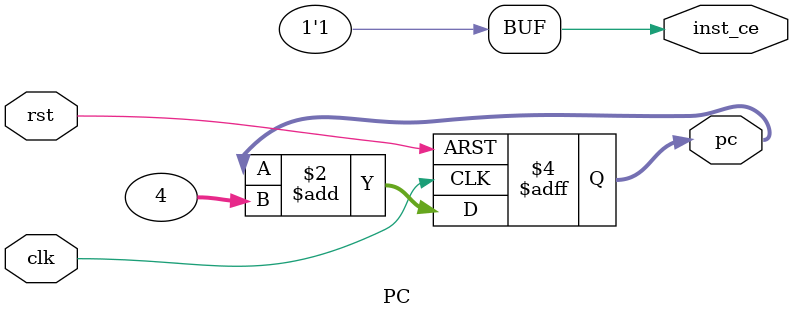
<source format=v>
`timescale 1ns / 1ps


module PC(clk,rst,pc,inst_ce);
    input clk;
    input rst;
    output reg [31:0] pc=32'b0;
    output inst_ce;

    assign inst_ce=1'b1;

    always@(posedge clk or posedge rst)
    begin
        if(rst) begin
            pc<=32'b0;
        end
        else begin
            pc<=pc+4;
        end
    end
endmodule

</source>
